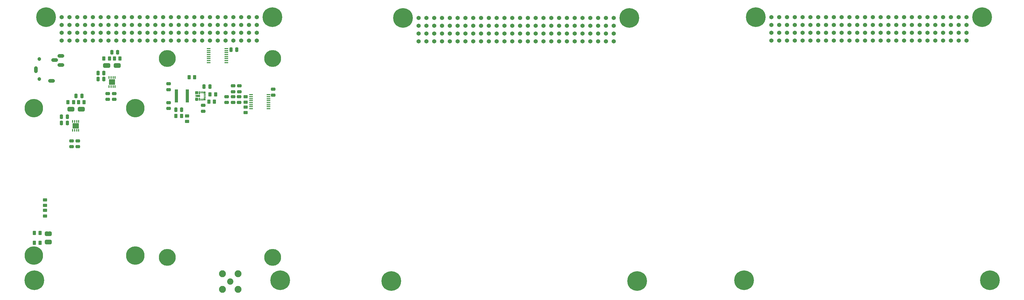
<source format=gbr>
%TF.GenerationSoftware,KiCad,Pcbnew,9.0.3*%
%TF.CreationDate,2025-07-26T14:09:02-04:00*%
%TF.ProjectId,Avionics,4176696f-6e69-4637-932e-6b696361645f,V0.8*%
%TF.SameCoordinates,Original*%
%TF.FileFunction,Soldermask,Bot*%
%TF.FilePolarity,Negative*%
%FSLAX46Y46*%
G04 Gerber Fmt 4.6, Leading zero omitted, Abs format (unit mm)*
G04 Created by KiCad (PCBNEW 9.0.3) date 2025-07-26 14:09:02*
%MOMM*%
%LPD*%
G01*
G04 APERTURE LIST*
G04 Aperture macros list*
%AMRoundRect*
0 Rectangle with rounded corners*
0 $1 Rounding radius*
0 $2 $3 $4 $5 $6 $7 $8 $9 X,Y pos of 4 corners*
0 Add a 4 corners polygon primitive as box body*
4,1,4,$2,$3,$4,$5,$6,$7,$8,$9,$2,$3,0*
0 Add four circle primitives for the rounded corners*
1,1,$1+$1,$2,$3*
1,1,$1+$1,$4,$5*
1,1,$1+$1,$6,$7*
1,1,$1+$1,$8,$9*
0 Add four rect primitives between the rounded corners*
20,1,$1+$1,$2,$3,$4,$5,0*
20,1,$1+$1,$4,$5,$6,$7,0*
20,1,$1+$1,$6,$7,$8,$9,0*
20,1,$1+$1,$8,$9,$2,$3,0*%
%AMFreePoly0*
4,1,23,0.500000,-0.750000,0.000000,-0.750000,0.000000,-0.745722,-0.065263,-0.745722,-0.191342,-0.711940,-0.304381,-0.646677,-0.396677,-0.554381,-0.461940,-0.441342,-0.495722,-0.315263,-0.495722,-0.250000,-0.500000,-0.250000,-0.500000,0.250000,-0.495722,0.250000,-0.495722,0.315263,-0.461940,0.441342,-0.396677,0.554381,-0.304381,0.646677,-0.191342,0.711940,-0.065263,0.745722,0.000000,0.745722,
0.000000,0.750000,0.500000,0.750000,0.500000,-0.750000,0.500000,-0.750000,$1*%
%AMFreePoly1*
4,1,23,0.000000,0.745722,0.065263,0.745722,0.191342,0.711940,0.304381,0.646677,0.396677,0.554381,0.461940,0.441342,0.495722,0.315263,0.495722,0.250000,0.500000,0.250000,0.500000,-0.250000,0.495722,-0.250000,0.495722,-0.315263,0.461940,-0.441342,0.396677,-0.554381,0.304381,-0.646677,0.191342,-0.711940,0.065263,-0.745722,0.000000,-0.745722,0.000000,-0.750000,-0.500000,-0.750000,
-0.500000,0.750000,0.000000,0.750000,0.000000,0.745722,0.000000,0.745722,$1*%
G04 Aperture macros list end*
%ADD10C,0.000000*%
%ADD11C,1.365000*%
%ADD12C,0.800000*%
%ADD13C,6.400000*%
%ADD14C,2.050000*%
%ADD15C,2.250000*%
%ADD16C,1.200000*%
%ADD17O,1.212000X2.220000*%
%ADD18O,2.220000X1.212000*%
%ADD19C,6.004000*%
%ADD20RoundRect,0.250000X0.250000X0.475000X-0.250000X0.475000X-0.250000X-0.475000X0.250000X-0.475000X0*%
%ADD21O,1.200000X0.399999*%
%ADD22RoundRect,0.250000X-0.475000X0.250000X-0.475000X-0.250000X0.475000X-0.250000X0.475000X0.250000X0*%
%ADD23FreePoly0,180.000000*%
%ADD24FreePoly1,180.000000*%
%ADD25RoundRect,0.250000X0.450000X-0.262500X0.450000X0.262500X-0.450000X0.262500X-0.450000X-0.262500X0*%
%ADD26RoundRect,0.250000X0.262500X0.450000X-0.262500X0.450000X-0.262500X-0.450000X0.262500X-0.450000X0*%
%ADD27RoundRect,0.231250X0.231250X0.231250X-0.231250X0.231250X-0.231250X-0.231250X0.231250X-0.231250X0*%
%ADD28RoundRect,0.250000X-0.250000X-0.475000X0.250000X-0.475000X0.250000X0.475000X-0.250000X0.475000X0*%
%ADD29R,1.041400X4.191000*%
%ADD30RoundRect,0.250000X-0.450000X0.262500X-0.450000X-0.262500X0.450000X-0.262500X0.450000X0.262500X0*%
%ADD31RoundRect,0.250000X0.475000X-0.250000X0.475000X0.250000X-0.475000X0.250000X-0.475000X-0.250000X0*%
%ADD32C,5.500000*%
%ADD33R,0.330200X0.812800*%
%ADD34C,1.016000*%
%ADD35RoundRect,0.250000X-0.262500X-0.450000X0.262500X-0.450000X0.262500X0.450000X-0.262500X0.450000X0*%
%ADD36FreePoly0,0.000000*%
%ADD37FreePoly1,0.000000*%
G04 APERTURE END LIST*
%TO.C,JP5*%
G36*
X66600000Y-109775000D02*
G01*
X66300000Y-109775000D01*
X66300000Y-111275000D01*
X66600000Y-111275000D01*
X66600000Y-109775000D01*
G37*
D10*
%TO.C,U6*%
G36*
X115269900Y-64209999D02*
G01*
X115269900Y-64960000D01*
X115169900Y-65060000D01*
X114359900Y-65060000D01*
X114259900Y-64940000D01*
X114259900Y-64240000D01*
X114349900Y-64109999D01*
X115169900Y-64109999D01*
X115269900Y-64209999D01*
G37*
G36*
X115279900Y-66389999D02*
G01*
X115279900Y-66950000D01*
X115049900Y-67180000D01*
X114524395Y-67180000D01*
X114279936Y-67005944D01*
X114280544Y-66361176D01*
X114490903Y-66170000D01*
X115059900Y-66169999D01*
X115279900Y-66389999D01*
G37*
G36*
X115865001Y-64220000D02*
G01*
X115865001Y-64970001D01*
X115765001Y-65070001D01*
X115515001Y-65070001D01*
X115415001Y-64970001D01*
X115414900Y-64220000D01*
X115515001Y-64120000D01*
X115765001Y-64120000D01*
X115865001Y-64220000D01*
G37*
G36*
X115865001Y-66269999D02*
G01*
X115865001Y-67020000D01*
X115765001Y-67120000D01*
X115515001Y-67120000D01*
X115414900Y-67020000D01*
X115415001Y-66269999D01*
X115515001Y-66169999D01*
X115765001Y-66169999D01*
X115865001Y-66269999D01*
G37*
G36*
X116364901Y-66545101D02*
G01*
X116364901Y-67020099D01*
X116264901Y-67120099D01*
X116114901Y-67120099D01*
X116014901Y-67020099D01*
X116014901Y-66544999D01*
X116114901Y-66445101D01*
X116264901Y-66445101D01*
X116364901Y-66545101D01*
G37*
G36*
X116364901Y-64219901D02*
G01*
X116364901Y-64695001D01*
X116264901Y-64794899D01*
X116114901Y-64794899D01*
X116014901Y-64694899D01*
X116014901Y-64219901D01*
X116114901Y-64119901D01*
X116264901Y-64119901D01*
X116364901Y-64219901D01*
G37*
G36*
X116864900Y-66545101D02*
G01*
X116864900Y-67020099D01*
X116764900Y-67120099D01*
X116614900Y-67120099D01*
X116514900Y-67020000D01*
X116514900Y-66545101D01*
X116614900Y-66445101D01*
X116764900Y-66445101D01*
X116864900Y-66545101D01*
G37*
G36*
X116764900Y-64120000D02*
G01*
X116864900Y-64219901D01*
X116864900Y-64694899D01*
X116764900Y-64794899D01*
X116614900Y-64794899D01*
X116514900Y-64694899D01*
X116514900Y-64219901D01*
X116614900Y-64119901D01*
X116764900Y-64120000D01*
G37*
G36*
X117739998Y-65045000D02*
G01*
X117739998Y-65195000D01*
X117639998Y-65294999D01*
X117165001Y-65294999D01*
X117065001Y-65195000D01*
X117064899Y-65045000D01*
X117165001Y-64945000D01*
X117639998Y-64945000D01*
X117739998Y-65045000D01*
G37*
G36*
X117739998Y-65544999D02*
G01*
X117739998Y-65695001D01*
X117639998Y-65795001D01*
X117165001Y-65795001D01*
X117065001Y-65695001D01*
X117065001Y-65544999D01*
X117164899Y-65444999D01*
X117639998Y-65444999D01*
X117739998Y-65544999D01*
G37*
G36*
X117569900Y-64175101D02*
G01*
X117679900Y-64290000D01*
X117679900Y-64740000D01*
X117589900Y-64850000D01*
X117059900Y-64850000D01*
X116959900Y-64750000D01*
X116959900Y-64275002D01*
X117059900Y-64175002D01*
X117569900Y-64175101D01*
G37*
G36*
X117579900Y-66395101D02*
G01*
X117689900Y-66510000D01*
X117689900Y-66960000D01*
X117599900Y-67070000D01*
X117069900Y-67070000D01*
X116969900Y-66970000D01*
X116969900Y-66495002D01*
X117069900Y-66395002D01*
X117579900Y-66395101D01*
G37*
G36*
X117739899Y-66045000D02*
G01*
X117739998Y-66195000D01*
X117639998Y-66295000D01*
X117165001Y-66295000D01*
X117065001Y-66195000D01*
X117065001Y-66045000D01*
X117165001Y-65945001D01*
X117639998Y-65945001D01*
X117739899Y-66045000D01*
G37*
G36*
X115814907Y-65270003D02*
G01*
X115864899Y-65320001D01*
X115864902Y-65919999D01*
X115814899Y-65969999D01*
X114339901Y-65969999D01*
X114289901Y-65919999D01*
X114289901Y-65794998D01*
X114339901Y-65745001D01*
X114639900Y-65745001D01*
X114639900Y-65495002D01*
X114339901Y-65495002D01*
X114289901Y-65444999D01*
X114289901Y-65320001D01*
X114339901Y-65270001D01*
X115814907Y-65270003D01*
G37*
%TO.C,JP2*%
G36*
X73968699Y-69166900D02*
G01*
X73668699Y-69166900D01*
X73668699Y-70666900D01*
X73968699Y-70666900D01*
X73968699Y-69166900D01*
G37*
%TO.C,JP3*%
G36*
X89033100Y-54934899D02*
G01*
X88733100Y-54934899D01*
X88733100Y-56434899D01*
X89033100Y-56434899D01*
X89033100Y-54934899D01*
G37*
%TO.C,U2*%
G36*
X86631299Y-61940400D02*
G01*
X86234399Y-61940400D01*
X86234399Y-60213200D01*
X86631299Y-60213200D01*
X86631299Y-61940400D01*
G37*
G36*
X87418699Y-61940400D02*
G01*
X87031299Y-61940400D01*
X87031299Y-60213200D01*
X87418699Y-60213200D01*
X87418699Y-61940400D01*
G37*
G36*
X88215599Y-60483100D02*
G01*
X86234399Y-60483100D01*
X86234399Y-60213200D01*
X88215599Y-60213200D01*
X88215599Y-60483100D01*
G37*
G36*
X88215599Y-61270500D02*
G01*
X86234399Y-61270500D01*
X86234399Y-60883100D01*
X88215599Y-60883100D01*
X88215599Y-61270500D01*
G37*
G36*
X88215599Y-61940400D02*
G01*
X87818699Y-61940400D01*
X87818699Y-60213200D01*
X88215599Y-60213200D01*
X88215599Y-61940400D01*
G37*
G36*
X88215599Y-61940400D02*
G01*
X86234399Y-61940400D01*
X86234399Y-61670500D01*
X88215599Y-61670500D01*
X88215599Y-61940400D01*
G37*
%TO.C,U4*%
G36*
X74800000Y-76207300D02*
G01*
X74403100Y-76207300D01*
X74403100Y-74480100D01*
X74800000Y-74480100D01*
X74800000Y-76207300D01*
G37*
G36*
X75587400Y-76207300D02*
G01*
X75200000Y-76207300D01*
X75200000Y-74480100D01*
X75587400Y-74480100D01*
X75587400Y-76207300D01*
G37*
G36*
X76384300Y-74750000D02*
G01*
X74403100Y-74750000D01*
X74403100Y-74480100D01*
X76384300Y-74480100D01*
X76384300Y-74750000D01*
G37*
G36*
X76384300Y-75537400D02*
G01*
X74403100Y-75537400D01*
X74403100Y-75150000D01*
X76384300Y-75150000D01*
X76384300Y-75537400D01*
G37*
G36*
X76384300Y-76207300D02*
G01*
X75987400Y-76207300D01*
X75987400Y-74480100D01*
X76384300Y-74480100D01*
X76384300Y-76207300D01*
G37*
G36*
X76384300Y-76207300D02*
G01*
X74403100Y-76207300D01*
X74403100Y-75937400D01*
X76384300Y-75937400D01*
X76384300Y-76207300D01*
G37*
%TO.C,JP4*%
G36*
X85633100Y-54934899D02*
G01*
X85333100Y-54934899D01*
X85333100Y-56434899D01*
X85633100Y-56434899D01*
X85633100Y-54934899D01*
G37*
%TO.C,JP6*%
G36*
X66300000Y-113925000D02*
G01*
X66600000Y-113925000D01*
X66600000Y-112425000D01*
X66300000Y-112425000D01*
X66300000Y-113925000D01*
G37*
%TO.C,JP1*%
G36*
X77351199Y-69166900D02*
G01*
X77051199Y-69166900D01*
X77051199Y-70666900D01*
X77351199Y-70666900D01*
X77351199Y-69166900D01*
G37*
%TD*%
D11*
%TO.C,H1OBC1*%
X70787499Y-47537699D03*
X70787499Y-44997699D03*
X73327499Y-47537699D03*
X73327499Y-44997699D03*
X75867499Y-47537699D03*
X75867499Y-44997699D03*
X78407499Y-47537699D03*
X78407499Y-44997699D03*
X80947499Y-47537699D03*
X80947499Y-44997699D03*
X83487499Y-47537699D03*
X83487499Y-44997699D03*
X86027499Y-47537699D03*
X86027499Y-44997699D03*
X88567499Y-47537699D03*
X88567499Y-44997699D03*
X91107499Y-47537699D03*
X91107499Y-44997699D03*
X93647499Y-47537699D03*
X93647499Y-44997699D03*
X96187499Y-47537699D03*
X96187499Y-44997699D03*
X98727499Y-47537699D03*
X98727499Y-44997699D03*
X101267499Y-47537699D03*
X101267499Y-44997699D03*
X103807499Y-47537699D03*
X103807499Y-44997699D03*
X106347499Y-47537699D03*
X106347499Y-44997699D03*
X108887499Y-47537699D03*
X108887499Y-44997699D03*
X111427499Y-47537699D03*
X111427499Y-44997699D03*
X113967499Y-47537699D03*
X113967499Y-44997699D03*
X116507499Y-47537699D03*
X116507499Y-44997699D03*
X119047499Y-47537699D03*
X119047499Y-44997699D03*
X121587499Y-47537699D03*
X121587499Y-44997699D03*
X124127499Y-47537699D03*
X124127499Y-44997699D03*
X126667499Y-47537699D03*
X126667499Y-44997699D03*
X129207499Y-47537699D03*
X129207499Y-44997699D03*
X131747499Y-47537699D03*
X131747499Y-44997699D03*
X134287499Y-47537699D03*
X134287499Y-44997699D03*
%TD*%
D12*
%TO.C,MH9*%
X179487499Y-40187699D03*
X180190443Y-38490643D03*
X180190443Y-41884755D03*
X181887499Y-37787699D03*
D13*
X181887499Y-40187699D03*
D12*
X181887499Y-42587699D03*
X183584555Y-38490643D03*
X183584555Y-41884755D03*
X184287499Y-40187699D03*
%TD*%
%TO.C,MH10*%
X253147499Y-40187699D03*
X253850443Y-38490643D03*
X253850443Y-41884755D03*
X255547499Y-37787699D03*
D13*
X255547499Y-40187699D03*
D12*
X255547499Y-42587699D03*
X257244555Y-38490643D03*
X257244555Y-41884755D03*
X257947499Y-40187699D03*
%TD*%
%TO.C,MH12*%
X175677499Y-125912699D03*
X176380443Y-124215643D03*
X176380443Y-127609755D03*
X178077499Y-123512699D03*
D13*
X178077499Y-125912699D03*
D12*
X178077499Y-128312699D03*
X179774555Y-124215643D03*
X179774555Y-127609755D03*
X180477499Y-125912699D03*
%TD*%
D11*
%TO.C,H2OBC1*%
X301767499Y-42477699D03*
X301767499Y-39937699D03*
X304307499Y-42477699D03*
X304307499Y-39937699D03*
X306847499Y-42477699D03*
X306847499Y-39937699D03*
X309387499Y-42477699D03*
X309387499Y-39937699D03*
X311927499Y-42477699D03*
X311927499Y-39937699D03*
X314467499Y-42477699D03*
X314467499Y-39937699D03*
X317007499Y-42477699D03*
X317007499Y-39937699D03*
X319547499Y-42477699D03*
X319547499Y-39937699D03*
X322087499Y-42477699D03*
X322087499Y-39937699D03*
X324627499Y-42477699D03*
X324627499Y-39937699D03*
X327167499Y-42477699D03*
X327167499Y-39937699D03*
X329707499Y-42477699D03*
X329707499Y-39937699D03*
X332247499Y-42477699D03*
X332247499Y-39937699D03*
X334787499Y-42477699D03*
X334787499Y-39937699D03*
X337327499Y-42477699D03*
X337327499Y-39937699D03*
X339867499Y-42477699D03*
X339867499Y-39937699D03*
X342407499Y-42477699D03*
X342407499Y-39937699D03*
X344947499Y-42477699D03*
X344947499Y-39937699D03*
X347487499Y-42477699D03*
X347487499Y-39937699D03*
X350027499Y-42477699D03*
X350027499Y-39937699D03*
X352567499Y-42477699D03*
X352567499Y-39937699D03*
X355107499Y-42477699D03*
X355107499Y-39937699D03*
X357647499Y-42477699D03*
X357647499Y-39937699D03*
X360187499Y-42477699D03*
X360187499Y-39937699D03*
X362727499Y-42477699D03*
X362727499Y-39937699D03*
X365267499Y-42477699D03*
X365267499Y-39937699D03*
%TD*%
D12*
%TO.C,MH11*%
X255687499Y-125912699D03*
X256390443Y-124215643D03*
X256390443Y-127609755D03*
X258087499Y-123512699D03*
D13*
X258087499Y-125912699D03*
D12*
X258087499Y-128312699D03*
X259784555Y-124215643D03*
X259784555Y-127609755D03*
X260487499Y-125912699D03*
%TD*%
D11*
%TO.C,H2OBC1*%
X70787499Y-42457699D03*
X70787499Y-39917699D03*
X73327499Y-42457699D03*
X73327499Y-39917699D03*
X75867499Y-42457699D03*
X75867499Y-39917699D03*
X78407499Y-42457699D03*
X78407499Y-39917699D03*
X80947499Y-42457699D03*
X80947499Y-39917699D03*
X83487499Y-42457699D03*
X83487499Y-39917699D03*
X86027499Y-42457699D03*
X86027499Y-39917699D03*
X88567499Y-42457699D03*
X88567499Y-39917699D03*
X91107499Y-42457699D03*
X91107499Y-39917699D03*
X93647499Y-42457699D03*
X93647499Y-39917699D03*
X96187499Y-42457699D03*
X96187499Y-39917699D03*
X98727499Y-42457699D03*
X98727499Y-39917699D03*
X101267499Y-42457699D03*
X101267499Y-39917699D03*
X103807499Y-42457699D03*
X103807499Y-39917699D03*
X106347499Y-42457699D03*
X106347499Y-39917699D03*
X108887499Y-42457699D03*
X108887499Y-39917699D03*
X111427499Y-42457699D03*
X111427499Y-39917699D03*
X113967499Y-42457699D03*
X113967499Y-39917699D03*
X116507499Y-42457699D03*
X116507499Y-39917699D03*
X119047499Y-42457699D03*
X119047499Y-39917699D03*
X121587499Y-42457699D03*
X121587499Y-39917699D03*
X124127499Y-42457699D03*
X124127499Y-39917699D03*
X126667499Y-42457699D03*
X126667499Y-39917699D03*
X129207499Y-42457699D03*
X129207499Y-39917699D03*
X131747499Y-42457699D03*
X131747499Y-39917699D03*
X134287499Y-42457699D03*
X134287499Y-39917699D03*
%TD*%
D12*
%TO.C,MH6*%
X367947499Y-39937699D03*
X368650443Y-38240643D03*
X368650443Y-41634755D03*
X370347499Y-37537699D03*
D13*
X370347499Y-39937699D03*
D12*
X370347499Y-42337699D03*
X372044555Y-38240643D03*
X372044555Y-41634755D03*
X372747499Y-39937699D03*
%TD*%
D14*
%TO.C,AE1*%
X125690000Y-126085000D03*
D15*
X123150000Y-123545000D03*
X123150000Y-128625000D03*
X128230000Y-123545000D03*
X128230000Y-128625000D03*
%TD*%
D12*
%TO.C,MH8*%
X290477499Y-125662699D03*
X291180443Y-123965643D03*
X291180443Y-127359755D03*
X292877499Y-123262699D03*
D13*
X292877499Y-125662699D03*
D12*
X292877499Y-128062699D03*
X294574555Y-123965643D03*
X294574555Y-127359755D03*
X295277499Y-125662699D03*
%TD*%
%TO.C,MH1*%
X63307499Y-39917699D03*
X64010443Y-38220643D03*
X64010443Y-41614755D03*
X65707499Y-37517699D03*
D13*
X65707499Y-39917699D03*
D12*
X65707499Y-42317699D03*
X67404555Y-38220643D03*
X67404555Y-41614755D03*
X68107499Y-39917699D03*
%TD*%
%TO.C,MH5*%
X294287499Y-39937699D03*
X294990443Y-38240643D03*
X294990443Y-41634755D03*
X296687499Y-37537699D03*
D13*
X296687499Y-39937699D03*
D12*
X296687499Y-42337699D03*
X298384555Y-38240643D03*
X298384555Y-41634755D03*
X299087499Y-39937699D03*
%TD*%
D11*
%TO.C,H1OBC1*%
X186967499Y-47807699D03*
X186967499Y-45267699D03*
X189507499Y-47807699D03*
X189507499Y-45267699D03*
X192047499Y-47807699D03*
X192047499Y-45267699D03*
X194587499Y-47807699D03*
X194587499Y-45267699D03*
X197127499Y-47807699D03*
X197127499Y-45267699D03*
X199667499Y-47807699D03*
X199667499Y-45267699D03*
X202207499Y-47807699D03*
X202207499Y-45267699D03*
X204747499Y-47807699D03*
X204747499Y-45267699D03*
X207287499Y-47807699D03*
X207287499Y-45267699D03*
X209827499Y-47807699D03*
X209827499Y-45267699D03*
X212367499Y-47807699D03*
X212367499Y-45267699D03*
X214907499Y-47807699D03*
X214907499Y-45267699D03*
X217447499Y-47807699D03*
X217447499Y-45267699D03*
X219987499Y-47807699D03*
X219987499Y-45267699D03*
X222527499Y-47807699D03*
X222527499Y-45267699D03*
X225067499Y-47807699D03*
X225067499Y-45267699D03*
X227607499Y-47807699D03*
X227607499Y-45267699D03*
X230147499Y-47807699D03*
X230147499Y-45267699D03*
X232687499Y-47807699D03*
X232687499Y-45267699D03*
X235227499Y-47807699D03*
X235227499Y-45267699D03*
X237767499Y-47807699D03*
X237767499Y-45267699D03*
X240307499Y-47807699D03*
X240307499Y-45267699D03*
X242847499Y-47807699D03*
X242847499Y-45267699D03*
X245387499Y-47807699D03*
X245387499Y-45267699D03*
X247927499Y-47807699D03*
X247927499Y-45267699D03*
X250467499Y-47807699D03*
X250467499Y-45267699D03*
%TD*%
D16*
%TO.C,J1*%
X63550000Y-53600000D03*
X63550000Y-60100000D03*
D17*
X62450000Y-57100000D03*
D18*
X70550000Y-55500000D03*
X67550000Y-60700000D03*
X68550000Y-53900000D03*
X70550000Y-52600000D03*
%TD*%
D19*
%TO.C,Module1*%
X61760000Y-117575000D03*
X61760000Y-69575000D03*
X94760000Y-117575000D03*
X94760000Y-69575000D03*
%TD*%
D12*
%TO.C,MH4*%
X59497499Y-125642699D03*
X60200443Y-123945643D03*
X60200443Y-127339755D03*
X61897499Y-123242699D03*
D13*
X61897499Y-125642699D03*
D12*
X61897499Y-128042699D03*
X63594555Y-123945643D03*
X63594555Y-127339755D03*
X64297499Y-125642699D03*
%TD*%
D11*
%TO.C,H2OBC1*%
X186967499Y-42727699D03*
X186967499Y-40187699D03*
X189507499Y-42727699D03*
X189507499Y-40187699D03*
X192047499Y-42727699D03*
X192047499Y-40187699D03*
X194587499Y-42727699D03*
X194587499Y-40187699D03*
X197127499Y-42727699D03*
X197127499Y-40187699D03*
X199667499Y-42727699D03*
X199667499Y-40187699D03*
X202207499Y-42727699D03*
X202207499Y-40187699D03*
X204747499Y-42727699D03*
X204747499Y-40187699D03*
X207287499Y-42727699D03*
X207287499Y-40187699D03*
X209827499Y-42727699D03*
X209827499Y-40187699D03*
X212367499Y-42727699D03*
X212367499Y-40187699D03*
X214907499Y-42727699D03*
X214907499Y-40187699D03*
X217447499Y-42727699D03*
X217447499Y-40187699D03*
X219987499Y-42727699D03*
X219987499Y-40187699D03*
X222527499Y-42727699D03*
X222527499Y-40187699D03*
X225067499Y-42727699D03*
X225067499Y-40187699D03*
X227607499Y-42727699D03*
X227607499Y-40187699D03*
X230147499Y-42727699D03*
X230147499Y-40187699D03*
X232687499Y-42727699D03*
X232687499Y-40187699D03*
X235227499Y-42727699D03*
X235227499Y-40187699D03*
X237767499Y-42727699D03*
X237767499Y-40187699D03*
X240307499Y-42727699D03*
X240307499Y-40187699D03*
X242847499Y-42727699D03*
X242847499Y-40187699D03*
X245387499Y-42727699D03*
X245387499Y-40187699D03*
X247927499Y-42727699D03*
X247927499Y-40187699D03*
X250467499Y-42727699D03*
X250467499Y-40187699D03*
%TD*%
D12*
%TO.C,MH2*%
X136967499Y-39917699D03*
X137670443Y-38220643D03*
X137670443Y-41614755D03*
X139367499Y-37517699D03*
D13*
X139367499Y-39917699D03*
D12*
X139367499Y-42317699D03*
X141064555Y-38220643D03*
X141064555Y-41614755D03*
X141767499Y-39917699D03*
%TD*%
%TO.C,MH3*%
X139507499Y-125642699D03*
X140210443Y-123945643D03*
X140210443Y-127339755D03*
X141907499Y-123242699D03*
D13*
X141907499Y-125642699D03*
D12*
X141907499Y-128042699D03*
X143604555Y-123945643D03*
X143604555Y-127339755D03*
X144307499Y-125642699D03*
%TD*%
%TO.C,MH7*%
X370487499Y-125662699D03*
X371190443Y-123965643D03*
X371190443Y-127359755D03*
X372887499Y-123262699D03*
D13*
X372887499Y-125662699D03*
D12*
X372887499Y-128062699D03*
X374584555Y-123965643D03*
X374584555Y-127359755D03*
X375287499Y-125662699D03*
%TD*%
D11*
%TO.C,H1OBC1*%
X301767499Y-47557699D03*
X301767499Y-45017699D03*
X304307499Y-47557699D03*
X304307499Y-45017699D03*
X306847499Y-47557699D03*
X306847499Y-45017699D03*
X309387499Y-47557699D03*
X309387499Y-45017699D03*
X311927499Y-47557699D03*
X311927499Y-45017699D03*
X314467499Y-47557699D03*
X314467499Y-45017699D03*
X317007499Y-47557699D03*
X317007499Y-45017699D03*
X319547499Y-47557699D03*
X319547499Y-45017699D03*
X322087499Y-47557699D03*
X322087499Y-45017699D03*
X324627499Y-47557699D03*
X324627499Y-45017699D03*
X327167499Y-47557699D03*
X327167499Y-45017699D03*
X329707499Y-47557699D03*
X329707499Y-45017699D03*
X332247499Y-47557699D03*
X332247499Y-45017699D03*
X334787499Y-47557699D03*
X334787499Y-45017699D03*
X337327499Y-47557699D03*
X337327499Y-45017699D03*
X339867499Y-47557699D03*
X339867499Y-45017699D03*
X342407499Y-47557699D03*
X342407499Y-45017699D03*
X344947499Y-47557699D03*
X344947499Y-45017699D03*
X347487499Y-47557699D03*
X347487499Y-45017699D03*
X350027499Y-47557699D03*
X350027499Y-45017699D03*
X352567499Y-47557699D03*
X352567499Y-45017699D03*
X355107499Y-47557699D03*
X355107499Y-45017699D03*
X357647499Y-47557699D03*
X357647499Y-45017699D03*
X360187499Y-47557699D03*
X360187499Y-45017699D03*
X362727499Y-47557699D03*
X362727499Y-45017699D03*
X365267499Y-47557699D03*
X365267499Y-45017699D03*
%TD*%
D20*
%TO.C,C19*%
X119060000Y-62550000D03*
X117160000Y-62550000D03*
%TD*%
%TO.C,C10*%
X72650000Y-72400000D03*
X70750000Y-72400000D03*
%TD*%
D21*
%TO.C,U5*%
X124400000Y-50200000D03*
X124400000Y-50850001D03*
X124400000Y-51500000D03*
X124400000Y-52150001D03*
X124400000Y-52800000D03*
X124400000Y-53450001D03*
X124400000Y-54100000D03*
X124400000Y-54750001D03*
X118700001Y-54750001D03*
X118700001Y-54100000D03*
X118700001Y-53450001D03*
X118700001Y-52800000D03*
X118700001Y-52150001D03*
X118700001Y-51500000D03*
X118700001Y-50850001D03*
X118700001Y-50200000D03*
%TD*%
D20*
%TO.C,C5*%
X84551799Y-58151799D03*
X82651799Y-58151799D03*
%TD*%
D22*
%TO.C,C9*%
X76103699Y-80250000D03*
X76103699Y-82150000D03*
%TD*%
D23*
%TO.C,JP5*%
X67100000Y-110525000D03*
D24*
X65800000Y-110525000D03*
%TD*%
D25*
%TO.C,R9*%
X65400000Y-101300000D03*
X65400000Y-99475000D03*
%TD*%
D22*
%TO.C,C13*%
X124500000Y-65837500D03*
X124500000Y-67737500D03*
%TD*%
%TO.C,C18*%
X116925000Y-68700000D03*
X116925000Y-70600000D03*
%TD*%
%TO.C,C14*%
X126600000Y-65837500D03*
X126600000Y-67737500D03*
%TD*%
D26*
%TO.C,R17*%
X109857500Y-72100000D03*
X108032500Y-72100000D03*
%TD*%
%TO.C,R14*%
X114100000Y-59475000D03*
X112275000Y-59475000D03*
%TD*%
D22*
%TO.C,C15*%
X128600000Y-65837500D03*
X128600000Y-67737500D03*
%TD*%
D26*
%TO.C,R3*%
X89825600Y-53384899D03*
X88000600Y-53384899D03*
%TD*%
%TO.C,R15*%
X120550000Y-67450000D03*
X118725000Y-67450000D03*
%TD*%
D20*
%TO.C,C6*%
X84551799Y-60151799D03*
X82651799Y-60151799D03*
%TD*%
D27*
%TO.C,U6*%
X114769900Y-66670000D03*
%TD*%
D22*
%TO.C,C22*%
X105600000Y-67775000D03*
X105600000Y-69675000D03*
%TD*%
D23*
%TO.C,JP2*%
X74468699Y-69916900D03*
D24*
X73168699Y-69916900D03*
%TD*%
D26*
%TO.C,R2*%
X74701199Y-67616900D03*
X72876199Y-67616900D03*
%TD*%
D20*
%TO.C,C12*%
X127825000Y-50550000D03*
X125925000Y-50550000D03*
%TD*%
D28*
%TO.C,C1*%
X75518699Y-65616900D03*
X77418699Y-65616900D03*
%TD*%
D20*
%TO.C,C11*%
X72650000Y-74450000D03*
X70750000Y-74450000D03*
%TD*%
D29*
%TO.C,L1*%
X111746800Y-65620000D03*
X108140000Y-65620000D03*
%TD*%
D30*
%TO.C,R11*%
X130700000Y-65825000D03*
X130700000Y-67650000D03*
%TD*%
D31*
%TO.C,C17*%
X126600000Y-64237500D03*
X126600000Y-62337500D03*
%TD*%
D32*
%TO.C,U1*%
X105240000Y-53380000D03*
X105240000Y-118150000D03*
X139530000Y-53380000D03*
X139530000Y-118150000D03*
%TD*%
D23*
%TO.C,JP3*%
X89533100Y-55684899D03*
D24*
X88233100Y-55684899D03*
%TD*%
D28*
%TO.C,C20*%
X107975000Y-70100000D03*
X109875000Y-70100000D03*
%TD*%
D33*
%TO.C,U2*%
X88199998Y-62550000D03*
X87550000Y-62550000D03*
X86899998Y-62550000D03*
X86250000Y-62550000D03*
X86250000Y-59603600D03*
X86899998Y-59603600D03*
X87550000Y-59603600D03*
X88199998Y-59603600D03*
D34*
X86831299Y-61470500D03*
X87618699Y-61470500D03*
X86831299Y-60683100D03*
X87618699Y-60683100D03*
%TD*%
D22*
%TO.C,C4*%
X87901799Y-64851799D03*
X87901799Y-66751799D03*
%TD*%
D25*
%TO.C,R16*%
X111645000Y-73945000D03*
X111645000Y-72120000D03*
%TD*%
D30*
%TO.C,R10*%
X65400000Y-102900000D03*
X65400000Y-104725000D03*
%TD*%
D35*
%TO.C,R13*%
X119087500Y-65125000D03*
X120912500Y-65125000D03*
%TD*%
D31*
%TO.C,C16*%
X128620000Y-64237500D03*
X128620000Y-62337500D03*
%TD*%
D33*
%TO.C,U4*%
X76368699Y-76816900D03*
X75718701Y-76816900D03*
X75068699Y-76816900D03*
X74418701Y-76816900D03*
X74418701Y-73870500D03*
X75068699Y-73870500D03*
X75718701Y-73870500D03*
X76368699Y-73870500D03*
D34*
X75000000Y-75737400D03*
X75787400Y-75737400D03*
X75000000Y-74950000D03*
X75787400Y-74950000D03*
%TD*%
D26*
%TO.C,R4*%
X86365600Y-53384899D03*
X84540600Y-53384899D03*
%TD*%
D22*
%TO.C,C3*%
X85851799Y-64851799D03*
X85851799Y-66751799D03*
%TD*%
D23*
%TO.C,JP4*%
X86133100Y-55684899D03*
D24*
X84833100Y-55684899D03*
%TD*%
D30*
%TO.C,R12*%
X130700000Y-69237500D03*
X130700000Y-71062500D03*
%TD*%
D21*
%TO.C,U3*%
X138124999Y-65212500D03*
X138124999Y-65862501D03*
X138124999Y-66512500D03*
X138124999Y-67162501D03*
X138124999Y-67812500D03*
X138124999Y-68462501D03*
X138124999Y-69112500D03*
X138124999Y-69762501D03*
X132425000Y-69762501D03*
X132425000Y-69112500D03*
X132425000Y-68462501D03*
X132425000Y-67812500D03*
X132425000Y-67162501D03*
X132425000Y-66512500D03*
X132425000Y-65862501D03*
X132425000Y-65212500D03*
%TD*%
D26*
%TO.C,R1*%
X78143699Y-67616900D03*
X76318699Y-67616900D03*
%TD*%
%TO.C,R7*%
X63800000Y-110225000D03*
X61975000Y-110225000D03*
%TD*%
D31*
%TO.C,C21*%
X105600000Y-63550000D03*
X105600000Y-61650000D03*
%TD*%
D36*
%TO.C,JP6*%
X65800000Y-113175000D03*
D37*
X67100000Y-113175000D03*
%TD*%
D28*
%TO.C,C2*%
X87133100Y-51384899D03*
X89033100Y-51384899D03*
%TD*%
D35*
%TO.C,R8*%
X61975000Y-113475000D03*
X63800000Y-113475000D03*
%TD*%
D22*
%TO.C,C8*%
X74068699Y-80250000D03*
X74068699Y-82150000D03*
%TD*%
%TO.C,C7*%
X139700000Y-63437501D03*
X139700000Y-65337501D03*
%TD*%
D23*
%TO.C,JP1*%
X77851199Y-69916900D03*
D24*
X76551199Y-69916900D03*
%TD*%
M02*

</source>
